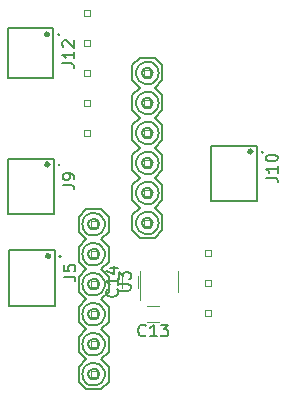
<source format=gbr>
G04 #@! TF.GenerationSoftware,KiCad,Pcbnew,(5.1.6)-1*
G04 #@! TF.CreationDate,2020-08-30T21:35:49+02:00*
G04 #@! TF.ProjectId,Freude_BreakoutBoard,46726575-6465-45f4-9272-65616b6f7574,rev?*
G04 #@! TF.SameCoordinates,Original*
G04 #@! TF.FileFunction,Legend,Top*
G04 #@! TF.FilePolarity,Positive*
%FSLAX46Y46*%
G04 Gerber Fmt 4.6, Leading zero omitted, Abs format (unit mm)*
G04 Created by KiCad (PCBNEW (5.1.6)-1) date 2020-08-30 21:35:49*
%MOMM*%
%LPD*%
G01*
G04 APERTURE LIST*
%ADD10C,0.200000*%
%ADD11C,0.400000*%
%ADD12C,0.120000*%
%ADD13C,0.066040*%
%ADD14C,0.203200*%
%ADD15C,0.127000*%
%ADD16C,0.150000*%
G04 APERTURE END LIST*
D10*
X165420000Y-78280000D02*
X165420000Y-82980000D01*
X165420000Y-78280000D02*
X169270000Y-78280000D01*
X169270000Y-78280000D02*
X169270000Y-82980000D01*
X165420000Y-82980000D02*
X169270000Y-82980000D01*
X169790711Y-78830000D02*
G75*
G03*
X169790711Y-78830000I-70711J0D01*
G01*
D11*
X168790711Y-78780000D02*
G75*
G03*
X168790711Y-78780000I-70711J0D01*
G01*
D10*
X148220000Y-79380000D02*
X148220000Y-84080000D01*
X148220000Y-79380000D02*
X152070000Y-79380000D01*
X152070000Y-79380000D02*
X152070000Y-84080000D01*
X148220000Y-84080000D02*
X152070000Y-84080000D01*
X152590711Y-79930000D02*
G75*
G03*
X152590711Y-79930000I-70711J0D01*
G01*
D11*
X151590711Y-79880000D02*
G75*
G03*
X151590711Y-79880000I-70711J0D01*
G01*
X151565711Y-68855000D02*
G75*
G03*
X151565711Y-68855000I-70711J0D01*
G01*
D10*
X152565711Y-68905000D02*
G75*
G03*
X152565711Y-68905000I-70711J0D01*
G01*
X148195000Y-72555000D02*
X152045000Y-72555000D01*
X152045000Y-68355000D02*
X152045000Y-72555000D01*
X148195000Y-68355000D02*
X152045000Y-68355000D01*
X148195000Y-68355000D02*
X148195000Y-72555000D01*
D12*
X160995000Y-93210000D02*
X159995000Y-93210000D01*
X159995000Y-91850000D02*
X160995000Y-91850000D01*
X159200000Y-89305000D02*
X159200000Y-90305000D01*
X157840000Y-90305000D02*
X157840000Y-89305000D01*
D13*
X164841000Y-92206000D02*
X164841000Y-92714000D01*
X164841000Y-92714000D02*
X165349000Y-92714000D01*
X165349000Y-92206000D02*
X165349000Y-92714000D01*
X164841000Y-92206000D02*
X165349000Y-92206000D01*
X164841000Y-89666000D02*
X164841000Y-90174000D01*
X164841000Y-90174000D02*
X165349000Y-90174000D01*
X165349000Y-89666000D02*
X165349000Y-90174000D01*
X164841000Y-89666000D02*
X165349000Y-89666000D01*
X164841000Y-87126000D02*
X164841000Y-87634000D01*
X164841000Y-87634000D02*
X165349000Y-87634000D01*
X165349000Y-87126000D02*
X165349000Y-87634000D01*
X164841000Y-87126000D02*
X165349000Y-87126000D01*
X159741000Y-84576000D02*
X159741000Y-85084000D01*
X159741000Y-85084000D02*
X160249000Y-85084000D01*
X160249000Y-84576000D02*
X160249000Y-85084000D01*
X159741000Y-84576000D02*
X160249000Y-84576000D01*
X159741000Y-82036000D02*
X159741000Y-82544000D01*
X159741000Y-82544000D02*
X160249000Y-82544000D01*
X160249000Y-82036000D02*
X160249000Y-82544000D01*
X159741000Y-82036000D02*
X160249000Y-82036000D01*
X159741000Y-79496000D02*
X159741000Y-80004000D01*
X159741000Y-80004000D02*
X160249000Y-80004000D01*
X160249000Y-79496000D02*
X160249000Y-80004000D01*
X159741000Y-79496000D02*
X160249000Y-79496000D01*
X159741000Y-76956000D02*
X159741000Y-77464000D01*
X159741000Y-77464000D02*
X160249000Y-77464000D01*
X160249000Y-76956000D02*
X160249000Y-77464000D01*
X159741000Y-76956000D02*
X160249000Y-76956000D01*
X159741000Y-74416000D02*
X159741000Y-74924000D01*
X159741000Y-74924000D02*
X160249000Y-74924000D01*
X160249000Y-74416000D02*
X160249000Y-74924000D01*
X159741000Y-74416000D02*
X160249000Y-74416000D01*
X159741000Y-71876000D02*
X159741000Y-72384000D01*
X159741000Y-72384000D02*
X160249000Y-72384000D01*
X160249000Y-71876000D02*
X160249000Y-72384000D01*
X159741000Y-71876000D02*
X160249000Y-71876000D01*
D14*
X160630000Y-83560000D02*
X161265000Y-84195000D01*
X161265000Y-84195000D02*
X161265000Y-85465000D01*
X161265000Y-85465000D02*
X160630000Y-86100000D01*
X159360000Y-86100000D02*
X158725000Y-85465000D01*
X158725000Y-85465000D02*
X158725000Y-84195000D01*
X158725000Y-84195000D02*
X159360000Y-83560000D01*
X161265000Y-79115000D02*
X161265000Y-80385000D01*
X161265000Y-80385000D02*
X160630000Y-81020000D01*
X159360000Y-81020000D02*
X158725000Y-80385000D01*
X160630000Y-81020000D02*
X161265000Y-81655000D01*
X161265000Y-81655000D02*
X161265000Y-82925000D01*
X161265000Y-82925000D02*
X160630000Y-83560000D01*
X159360000Y-83560000D02*
X158725000Y-82925000D01*
X158725000Y-82925000D02*
X158725000Y-81655000D01*
X158725000Y-81655000D02*
X159360000Y-81020000D01*
X160630000Y-75940000D02*
X161265000Y-76575000D01*
X161265000Y-76575000D02*
X161265000Y-77845000D01*
X161265000Y-77845000D02*
X160630000Y-78480000D01*
X159360000Y-78480000D02*
X158725000Y-77845000D01*
X158725000Y-77845000D02*
X158725000Y-76575000D01*
X158725000Y-76575000D02*
X159360000Y-75940000D01*
X161265000Y-79115000D02*
X160630000Y-78480000D01*
X159360000Y-78480000D02*
X158725000Y-79115000D01*
X158725000Y-80385000D02*
X158725000Y-79115000D01*
X161265000Y-71495000D02*
X161265000Y-72765000D01*
X161265000Y-72765000D02*
X160630000Y-73400000D01*
X159360000Y-73400000D02*
X158725000Y-72765000D01*
X160630000Y-73400000D02*
X161265000Y-74035000D01*
X161265000Y-74035000D02*
X161265000Y-75305000D01*
X161265000Y-75305000D02*
X160630000Y-75940000D01*
X159360000Y-75940000D02*
X158725000Y-75305000D01*
X158725000Y-75305000D02*
X158725000Y-74035000D01*
X158725000Y-74035000D02*
X159360000Y-73400000D01*
X160630000Y-70860000D02*
X159360000Y-70860000D01*
X161265000Y-71495000D02*
X160630000Y-70860000D01*
X159360000Y-70860000D02*
X158725000Y-71495000D01*
X158725000Y-72765000D02*
X158725000Y-71495000D01*
X160630000Y-86100000D02*
X159360000Y-86100000D01*
D15*
X159042500Y-72130000D02*
X159060280Y-71949660D01*
X159060280Y-71949660D02*
X159111080Y-71771860D01*
X159111080Y-71771860D02*
X159194900Y-71609300D01*
X159194900Y-71609300D02*
X159311740Y-71464520D01*
X159311740Y-71464520D02*
X159451440Y-71345140D01*
X159451440Y-71345140D02*
X159614000Y-71256240D01*
X159614000Y-71256240D02*
X159789260Y-71200360D01*
X159789260Y-71200360D02*
X159974680Y-71180040D01*
X159974680Y-71180040D02*
X160137240Y-71192740D01*
X160137240Y-71192740D02*
X160302340Y-71233380D01*
X160302340Y-71233380D02*
X160454740Y-71301960D01*
X160454740Y-71301960D02*
X160594440Y-71395940D01*
X160594440Y-71395940D02*
X160713820Y-71515320D01*
X160713820Y-71515320D02*
X160810340Y-71649940D01*
X160810340Y-71649940D02*
X160884000Y-71802340D01*
X160884000Y-71802340D02*
X160929720Y-71964900D01*
X160929720Y-71964900D02*
X160947500Y-72130000D01*
X160947500Y-72130000D02*
X160929720Y-72295100D01*
X160929720Y-72295100D02*
X160884000Y-72457660D01*
X160884000Y-72457660D02*
X160810340Y-72610060D01*
X160810340Y-72610060D02*
X160711280Y-72744680D01*
X160711280Y-72744680D02*
X160591900Y-72861520D01*
X160591900Y-72861520D02*
X160452200Y-72955500D01*
X160452200Y-72955500D02*
X160299800Y-73026620D01*
X160299800Y-73026620D02*
X160134700Y-73067260D01*
X160134700Y-73067260D02*
X159969600Y-73079960D01*
X159969600Y-73079960D02*
X159789260Y-73059640D01*
X159789260Y-73059640D02*
X159614000Y-73003760D01*
X159614000Y-73003760D02*
X159451440Y-72914860D01*
X159451440Y-72914860D02*
X159311740Y-72798020D01*
X159311740Y-72798020D02*
X159194900Y-72653240D01*
X159194900Y-72653240D02*
X159111080Y-72490680D01*
X159111080Y-72490680D02*
X159060280Y-72315420D01*
X159060280Y-72315420D02*
X159042500Y-72130000D01*
X159550500Y-72130000D02*
X159560660Y-72033480D01*
X159560660Y-72033480D02*
X159591140Y-71942040D01*
X159591140Y-71942040D02*
X159639400Y-71858220D01*
X159639400Y-71858220D02*
X159707980Y-71787100D01*
X159707980Y-71787100D02*
X159789260Y-71733760D01*
X159789260Y-71733760D02*
X159880700Y-71700740D01*
X159880700Y-71700740D02*
X159977220Y-71685500D01*
X159977220Y-71685500D02*
X160076280Y-71695660D01*
X160076280Y-71695660D02*
X160172800Y-71726140D01*
X160172800Y-71726140D02*
X160259160Y-71779480D01*
X160259160Y-71779480D02*
X160335360Y-71850600D01*
X160335360Y-71850600D02*
X160391240Y-71934420D01*
X160391240Y-71934420D02*
X160426800Y-72030940D01*
X160426800Y-72030940D02*
X160439500Y-72130000D01*
X160439500Y-72130000D02*
X160426800Y-72229060D01*
X160426800Y-72229060D02*
X160393780Y-72323040D01*
X160393780Y-72323040D02*
X160337900Y-72406860D01*
X160337900Y-72406860D02*
X160266780Y-72477980D01*
X160266780Y-72477980D02*
X160180420Y-72528780D01*
X160180420Y-72528780D02*
X160083900Y-72561800D01*
X160083900Y-72561800D02*
X159987380Y-72569420D01*
X159987380Y-72569420D02*
X159888320Y-72559260D01*
X159888320Y-72559260D02*
X159796880Y-72526240D01*
X159796880Y-72526240D02*
X159713060Y-72472900D01*
X159713060Y-72472900D02*
X159644480Y-72401780D01*
X159644480Y-72401780D02*
X159593680Y-72317960D01*
X159593680Y-72317960D02*
X159560660Y-72226520D01*
X159560660Y-72226520D02*
X159550500Y-72130000D01*
X159042500Y-74670000D02*
X159060280Y-74487120D01*
X159060280Y-74487120D02*
X159111080Y-74309320D01*
X159111080Y-74309320D02*
X159194900Y-74146760D01*
X159194900Y-74146760D02*
X159311740Y-74001980D01*
X159311740Y-74001980D02*
X159451440Y-73882600D01*
X159451440Y-73882600D02*
X159614000Y-73793700D01*
X159614000Y-73793700D02*
X159789260Y-73737820D01*
X159789260Y-73737820D02*
X159974680Y-73717500D01*
X159974680Y-73717500D02*
X160137240Y-73730200D01*
X160137240Y-73730200D02*
X160302340Y-73770840D01*
X160302340Y-73770840D02*
X160454740Y-73839420D01*
X160454740Y-73839420D02*
X160594440Y-73933400D01*
X160594440Y-73933400D02*
X160713820Y-74052780D01*
X160713820Y-74052780D02*
X160810340Y-74187400D01*
X160810340Y-74187400D02*
X160884000Y-74339800D01*
X160884000Y-74339800D02*
X160929720Y-74502360D01*
X160929720Y-74502360D02*
X160947500Y-74670000D01*
X160947500Y-74670000D02*
X160929720Y-74835100D01*
X160929720Y-74835100D02*
X160884000Y-74997660D01*
X160884000Y-74997660D02*
X160810340Y-75150060D01*
X160810340Y-75150060D02*
X160711280Y-75284680D01*
X160711280Y-75284680D02*
X160591900Y-75401520D01*
X160591900Y-75401520D02*
X160452200Y-75495500D01*
X160452200Y-75495500D02*
X160299800Y-75566620D01*
X160299800Y-75566620D02*
X160134700Y-75607260D01*
X160134700Y-75607260D02*
X159969600Y-75619960D01*
X159969600Y-75619960D02*
X159789260Y-75599640D01*
X159789260Y-75599640D02*
X159614000Y-75543760D01*
X159614000Y-75543760D02*
X159451440Y-75454860D01*
X159451440Y-75454860D02*
X159311740Y-75338020D01*
X159311740Y-75338020D02*
X159194900Y-75193240D01*
X159194900Y-75193240D02*
X159111080Y-75030680D01*
X159111080Y-75030680D02*
X159060280Y-74855420D01*
X159060280Y-74855420D02*
X159042500Y-74670000D01*
X159550500Y-74670000D02*
X159560660Y-74570940D01*
X159560660Y-74570940D02*
X159591140Y-74479500D01*
X159591140Y-74479500D02*
X159639400Y-74395680D01*
X159639400Y-74395680D02*
X159707980Y-74324560D01*
X159707980Y-74324560D02*
X159789260Y-74271220D01*
X159789260Y-74271220D02*
X159880700Y-74238200D01*
X159880700Y-74238200D02*
X159977220Y-74225500D01*
X159977220Y-74225500D02*
X160076280Y-74233120D01*
X160076280Y-74233120D02*
X160172800Y-74263600D01*
X160172800Y-74263600D02*
X160259160Y-74316940D01*
X160259160Y-74316940D02*
X160335360Y-74388060D01*
X160335360Y-74388060D02*
X160391240Y-74471880D01*
X160391240Y-74471880D02*
X160426800Y-74568400D01*
X160426800Y-74568400D02*
X160439500Y-74670000D01*
X160439500Y-74670000D02*
X160426800Y-74769060D01*
X160426800Y-74769060D02*
X160393780Y-74863040D01*
X160393780Y-74863040D02*
X160337900Y-74946860D01*
X160337900Y-74946860D02*
X160266780Y-75017980D01*
X160266780Y-75017980D02*
X160180420Y-75068780D01*
X160180420Y-75068780D02*
X160083900Y-75101800D01*
X160083900Y-75101800D02*
X159987380Y-75109420D01*
X159987380Y-75109420D02*
X159888320Y-75099260D01*
X159888320Y-75099260D02*
X159796880Y-75066240D01*
X159796880Y-75066240D02*
X159713060Y-75012900D01*
X159713060Y-75012900D02*
X159644480Y-74941780D01*
X159644480Y-74941780D02*
X159593680Y-74857960D01*
X159593680Y-74857960D02*
X159560660Y-74766520D01*
X159560660Y-74766520D02*
X159550500Y-74670000D01*
X159042500Y-77210000D02*
X159060280Y-77027120D01*
X159060280Y-77027120D02*
X159111080Y-76849320D01*
X159111080Y-76849320D02*
X159194900Y-76686760D01*
X159194900Y-76686760D02*
X159311740Y-76541980D01*
X159311740Y-76541980D02*
X159451440Y-76422600D01*
X159451440Y-76422600D02*
X159614000Y-76333700D01*
X159614000Y-76333700D02*
X159789260Y-76277820D01*
X159789260Y-76277820D02*
X159974680Y-76257500D01*
X159974680Y-76257500D02*
X160137240Y-76270200D01*
X160137240Y-76270200D02*
X160302340Y-76310840D01*
X160302340Y-76310840D02*
X160454740Y-76379420D01*
X160454740Y-76379420D02*
X160594440Y-76473400D01*
X160594440Y-76473400D02*
X160713820Y-76592780D01*
X160713820Y-76592780D02*
X160810340Y-76727400D01*
X160810340Y-76727400D02*
X160884000Y-76879800D01*
X160884000Y-76879800D02*
X160929720Y-77042360D01*
X160929720Y-77042360D02*
X160947500Y-77210000D01*
X160947500Y-77210000D02*
X160929720Y-77375100D01*
X160929720Y-77375100D02*
X160884000Y-77537660D01*
X160884000Y-77537660D02*
X160810340Y-77690060D01*
X160810340Y-77690060D02*
X160711280Y-77824680D01*
X160711280Y-77824680D02*
X160591900Y-77941520D01*
X160591900Y-77941520D02*
X160452200Y-78035500D01*
X160452200Y-78035500D02*
X160299800Y-78106620D01*
X160299800Y-78106620D02*
X160134700Y-78147260D01*
X160134700Y-78147260D02*
X159969600Y-78159960D01*
X159969600Y-78159960D02*
X159789260Y-78139640D01*
X159789260Y-78139640D02*
X159614000Y-78083760D01*
X159614000Y-78083760D02*
X159451440Y-77994860D01*
X159451440Y-77994860D02*
X159311740Y-77878020D01*
X159311740Y-77878020D02*
X159194900Y-77733240D01*
X159194900Y-77733240D02*
X159111080Y-77570680D01*
X159111080Y-77570680D02*
X159060280Y-77395420D01*
X159060280Y-77395420D02*
X159042500Y-77210000D01*
X159550500Y-77210000D02*
X159560660Y-77110940D01*
X159560660Y-77110940D02*
X159591140Y-77019500D01*
X159591140Y-77019500D02*
X159639400Y-76935680D01*
X159639400Y-76935680D02*
X159707980Y-76864560D01*
X159707980Y-76864560D02*
X159789260Y-76811220D01*
X159789260Y-76811220D02*
X159880700Y-76778200D01*
X159880700Y-76778200D02*
X159977220Y-76765500D01*
X159977220Y-76765500D02*
X160076280Y-76773120D01*
X160076280Y-76773120D02*
X160172800Y-76803600D01*
X160172800Y-76803600D02*
X160259160Y-76856940D01*
X160259160Y-76856940D02*
X160335360Y-76928060D01*
X160335360Y-76928060D02*
X160391240Y-77011880D01*
X160391240Y-77011880D02*
X160426800Y-77108400D01*
X160426800Y-77108400D02*
X160439500Y-77210000D01*
X160439500Y-77210000D02*
X160426800Y-77309060D01*
X160426800Y-77309060D02*
X160393780Y-77403040D01*
X160393780Y-77403040D02*
X160337900Y-77486860D01*
X160337900Y-77486860D02*
X160266780Y-77557980D01*
X160266780Y-77557980D02*
X160180420Y-77608780D01*
X160180420Y-77608780D02*
X160083900Y-77641800D01*
X160083900Y-77641800D02*
X159987380Y-77649420D01*
X159987380Y-77649420D02*
X159888320Y-77639260D01*
X159888320Y-77639260D02*
X159796880Y-77606240D01*
X159796880Y-77606240D02*
X159713060Y-77552900D01*
X159713060Y-77552900D02*
X159644480Y-77481780D01*
X159644480Y-77481780D02*
X159593680Y-77397960D01*
X159593680Y-77397960D02*
X159560660Y-77306520D01*
X159560660Y-77306520D02*
X159550500Y-77210000D01*
X159042500Y-79750000D02*
X159060280Y-79567120D01*
X159060280Y-79567120D02*
X159111080Y-79389320D01*
X159111080Y-79389320D02*
X159194900Y-79226760D01*
X159194900Y-79226760D02*
X159311740Y-79081980D01*
X159311740Y-79081980D02*
X159451440Y-78962600D01*
X159451440Y-78962600D02*
X159614000Y-78873700D01*
X159614000Y-78873700D02*
X159789260Y-78817820D01*
X159789260Y-78817820D02*
X159974680Y-78797500D01*
X159974680Y-78797500D02*
X160137240Y-78810200D01*
X160137240Y-78810200D02*
X160302340Y-78850840D01*
X160302340Y-78850840D02*
X160454740Y-78919420D01*
X160454740Y-78919420D02*
X160594440Y-79013400D01*
X160594440Y-79013400D02*
X160713820Y-79132780D01*
X160713820Y-79132780D02*
X160810340Y-79267400D01*
X160810340Y-79267400D02*
X160884000Y-79419800D01*
X160884000Y-79419800D02*
X160929720Y-79582360D01*
X160929720Y-79582360D02*
X160947500Y-79750000D01*
X160947500Y-79750000D02*
X160929720Y-79915100D01*
X160929720Y-79915100D02*
X160884000Y-80077660D01*
X160884000Y-80077660D02*
X160810340Y-80230060D01*
X160810340Y-80230060D02*
X160711280Y-80364680D01*
X160711280Y-80364680D02*
X160591900Y-80481520D01*
X160591900Y-80481520D02*
X160452200Y-80575500D01*
X160452200Y-80575500D02*
X160299800Y-80646620D01*
X160299800Y-80646620D02*
X160134700Y-80687260D01*
X160134700Y-80687260D02*
X159969600Y-80699960D01*
X159969600Y-80699960D02*
X159789260Y-80679640D01*
X159789260Y-80679640D02*
X159614000Y-80623760D01*
X159614000Y-80623760D02*
X159451440Y-80534860D01*
X159451440Y-80534860D02*
X159311740Y-80418020D01*
X159311740Y-80418020D02*
X159194900Y-80273240D01*
X159194900Y-80273240D02*
X159111080Y-80110680D01*
X159111080Y-80110680D02*
X159060280Y-79935420D01*
X159060280Y-79935420D02*
X159042500Y-79750000D01*
X159550500Y-79750000D02*
X159560660Y-79650940D01*
X159560660Y-79650940D02*
X159591140Y-79559500D01*
X159591140Y-79559500D02*
X159639400Y-79475680D01*
X159639400Y-79475680D02*
X159707980Y-79404560D01*
X159707980Y-79404560D02*
X159789260Y-79351220D01*
X159789260Y-79351220D02*
X159880700Y-79318200D01*
X159880700Y-79318200D02*
X159977220Y-79302960D01*
X159977220Y-79302960D02*
X160076280Y-79313120D01*
X160076280Y-79313120D02*
X160172800Y-79343600D01*
X160172800Y-79343600D02*
X160259160Y-79396940D01*
X160259160Y-79396940D02*
X160335360Y-79468060D01*
X160335360Y-79468060D02*
X160391240Y-79551880D01*
X160391240Y-79551880D02*
X160426800Y-79648400D01*
X160426800Y-79648400D02*
X160439500Y-79750000D01*
X160439500Y-79750000D02*
X160426800Y-79849060D01*
X160426800Y-79849060D02*
X160393780Y-79943040D01*
X160393780Y-79943040D02*
X160337900Y-80026860D01*
X160337900Y-80026860D02*
X160266780Y-80097980D01*
X160266780Y-80097980D02*
X160180420Y-80148780D01*
X160180420Y-80148780D02*
X160083900Y-80181800D01*
X160083900Y-80181800D02*
X159987380Y-80189420D01*
X159987380Y-80189420D02*
X159888320Y-80179260D01*
X159888320Y-80179260D02*
X159796880Y-80146240D01*
X159796880Y-80146240D02*
X159713060Y-80092900D01*
X159713060Y-80092900D02*
X159644480Y-80021780D01*
X159644480Y-80021780D02*
X159593680Y-79937960D01*
X159593680Y-79937960D02*
X159560660Y-79846520D01*
X159560660Y-79846520D02*
X159550500Y-79750000D01*
X159042500Y-82290000D02*
X159060280Y-82107120D01*
X159060280Y-82107120D02*
X159111080Y-81929320D01*
X159111080Y-81929320D02*
X159194900Y-81766760D01*
X159194900Y-81766760D02*
X159311740Y-81621980D01*
X159311740Y-81621980D02*
X159451440Y-81502600D01*
X159451440Y-81502600D02*
X159614000Y-81413700D01*
X159614000Y-81413700D02*
X159789260Y-81357820D01*
X159789260Y-81357820D02*
X159974680Y-81337500D01*
X159974680Y-81337500D02*
X160137240Y-81350200D01*
X160137240Y-81350200D02*
X160302340Y-81390840D01*
X160302340Y-81390840D02*
X160454740Y-81459420D01*
X160454740Y-81459420D02*
X160594440Y-81553400D01*
X160594440Y-81553400D02*
X160713820Y-81672780D01*
X160713820Y-81672780D02*
X160810340Y-81807400D01*
X160810340Y-81807400D02*
X160884000Y-81959800D01*
X160884000Y-81959800D02*
X160929720Y-82122360D01*
X160929720Y-82122360D02*
X160947500Y-82290000D01*
X160947500Y-82290000D02*
X160929720Y-82455100D01*
X160929720Y-82455100D02*
X160884000Y-82617660D01*
X160884000Y-82617660D02*
X160810340Y-82770060D01*
X160810340Y-82770060D02*
X160711280Y-82904680D01*
X160711280Y-82904680D02*
X160591900Y-83021520D01*
X160591900Y-83021520D02*
X160452200Y-83115500D01*
X160452200Y-83115500D02*
X160299800Y-83186620D01*
X160299800Y-83186620D02*
X160134700Y-83227260D01*
X160134700Y-83227260D02*
X159969600Y-83239960D01*
X159969600Y-83239960D02*
X159789260Y-83219640D01*
X159789260Y-83219640D02*
X159614000Y-83163760D01*
X159614000Y-83163760D02*
X159451440Y-83074860D01*
X159451440Y-83074860D02*
X159311740Y-82958020D01*
X159311740Y-82958020D02*
X159194900Y-82813240D01*
X159194900Y-82813240D02*
X159111080Y-82650680D01*
X159111080Y-82650680D02*
X159060280Y-82475420D01*
X159060280Y-82475420D02*
X159042500Y-82290000D01*
X159550500Y-82290000D02*
X159560660Y-82190940D01*
X159560660Y-82190940D02*
X159591140Y-82099500D01*
X159591140Y-82099500D02*
X159639400Y-82015680D01*
X159639400Y-82015680D02*
X159707980Y-81944560D01*
X159707980Y-81944560D02*
X159789260Y-81891220D01*
X159789260Y-81891220D02*
X159880700Y-81858200D01*
X159880700Y-81858200D02*
X159977220Y-81845500D01*
X159977220Y-81845500D02*
X160076280Y-81853120D01*
X160076280Y-81853120D02*
X160172800Y-81883600D01*
X160172800Y-81883600D02*
X160259160Y-81936940D01*
X160259160Y-81936940D02*
X160335360Y-82008060D01*
X160335360Y-82008060D02*
X160391240Y-82091880D01*
X160391240Y-82091880D02*
X160426800Y-82188400D01*
X160426800Y-82188400D02*
X160439500Y-82290000D01*
X160439500Y-82290000D02*
X160426800Y-82389060D01*
X160426800Y-82389060D02*
X160393780Y-82483040D01*
X160393780Y-82483040D02*
X160337900Y-82566860D01*
X160337900Y-82566860D02*
X160266780Y-82637980D01*
X160266780Y-82637980D02*
X160180420Y-82688780D01*
X160180420Y-82688780D02*
X160083900Y-82721800D01*
X160083900Y-82721800D02*
X159987380Y-82729420D01*
X159987380Y-82729420D02*
X159888320Y-82719260D01*
X159888320Y-82719260D02*
X159796880Y-82686240D01*
X159796880Y-82686240D02*
X159713060Y-82632900D01*
X159713060Y-82632900D02*
X159644480Y-82561780D01*
X159644480Y-82561780D02*
X159593680Y-82477960D01*
X159593680Y-82477960D02*
X159560660Y-82386520D01*
X159560660Y-82386520D02*
X159550500Y-82290000D01*
X159042500Y-84830000D02*
X159060280Y-84647120D01*
X159060280Y-84647120D02*
X159111080Y-84469320D01*
X159111080Y-84469320D02*
X159194900Y-84306760D01*
X159194900Y-84306760D02*
X159311740Y-84161980D01*
X159311740Y-84161980D02*
X159451440Y-84042600D01*
X159451440Y-84042600D02*
X159614000Y-83953700D01*
X159614000Y-83953700D02*
X159789260Y-83897820D01*
X159789260Y-83897820D02*
X159974680Y-83877500D01*
X159974680Y-83877500D02*
X160137240Y-83890200D01*
X160137240Y-83890200D02*
X160302340Y-83930840D01*
X160302340Y-83930840D02*
X160454740Y-83999420D01*
X160454740Y-83999420D02*
X160594440Y-84093400D01*
X160594440Y-84093400D02*
X160713820Y-84212780D01*
X160713820Y-84212780D02*
X160810340Y-84347400D01*
X160810340Y-84347400D02*
X160884000Y-84499800D01*
X160884000Y-84499800D02*
X160929720Y-84662360D01*
X160929720Y-84662360D02*
X160947500Y-84830000D01*
X160947500Y-84830000D02*
X160929720Y-84995100D01*
X160929720Y-84995100D02*
X160884000Y-85157660D01*
X160884000Y-85157660D02*
X160810340Y-85310060D01*
X160810340Y-85310060D02*
X160711280Y-85444680D01*
X160711280Y-85444680D02*
X160591900Y-85561520D01*
X160591900Y-85561520D02*
X160452200Y-85655500D01*
X160452200Y-85655500D02*
X160299800Y-85726620D01*
X160299800Y-85726620D02*
X160134700Y-85767260D01*
X160134700Y-85767260D02*
X159969600Y-85779960D01*
X159969600Y-85779960D02*
X159789260Y-85759640D01*
X159789260Y-85759640D02*
X159614000Y-85703760D01*
X159614000Y-85703760D02*
X159451440Y-85614860D01*
X159451440Y-85614860D02*
X159311740Y-85498020D01*
X159311740Y-85498020D02*
X159194900Y-85353240D01*
X159194900Y-85353240D02*
X159111080Y-85190680D01*
X159111080Y-85190680D02*
X159060280Y-85015420D01*
X159060280Y-85015420D02*
X159042500Y-84830000D01*
X159550500Y-84830000D02*
X159560660Y-84730940D01*
X159560660Y-84730940D02*
X159591140Y-84639500D01*
X159591140Y-84639500D02*
X159639400Y-84555680D01*
X159639400Y-84555680D02*
X159707980Y-84484560D01*
X159707980Y-84484560D02*
X159789260Y-84431220D01*
X159789260Y-84431220D02*
X159880700Y-84398200D01*
X159880700Y-84398200D02*
X159977220Y-84385500D01*
X159977220Y-84385500D02*
X160076280Y-84393120D01*
X160076280Y-84393120D02*
X160172800Y-84423600D01*
X160172800Y-84423600D02*
X160259160Y-84476940D01*
X160259160Y-84476940D02*
X160335360Y-84548060D01*
X160335360Y-84548060D02*
X160391240Y-84631880D01*
X160391240Y-84631880D02*
X160426800Y-84728400D01*
X160426800Y-84728400D02*
X160439500Y-84830000D01*
X160439500Y-84830000D02*
X160426800Y-84929060D01*
X160426800Y-84929060D02*
X160393780Y-85023040D01*
X160393780Y-85023040D02*
X160337900Y-85106860D01*
X160337900Y-85106860D02*
X160266780Y-85177980D01*
X160266780Y-85177980D02*
X160180420Y-85228780D01*
X160180420Y-85228780D02*
X160083900Y-85261800D01*
X160083900Y-85261800D02*
X159987380Y-85269420D01*
X159987380Y-85269420D02*
X159888320Y-85259260D01*
X159888320Y-85259260D02*
X159796880Y-85226240D01*
X159796880Y-85226240D02*
X159713060Y-85172900D01*
X159713060Y-85172900D02*
X159644480Y-85101780D01*
X159644480Y-85101780D02*
X159593680Y-85017960D01*
X159593680Y-85017960D02*
X159560660Y-84926520D01*
X159560660Y-84926520D02*
X159550500Y-84830000D01*
D13*
X154641000Y-76961000D02*
X154641000Y-77469000D01*
X154641000Y-77469000D02*
X155149000Y-77469000D01*
X155149000Y-76961000D02*
X155149000Y-77469000D01*
X154641000Y-76961000D02*
X155149000Y-76961000D01*
X154641000Y-74421000D02*
X154641000Y-74929000D01*
X154641000Y-74929000D02*
X155149000Y-74929000D01*
X155149000Y-74421000D02*
X155149000Y-74929000D01*
X154641000Y-74421000D02*
X155149000Y-74421000D01*
X154641000Y-71881000D02*
X154641000Y-72389000D01*
X154641000Y-72389000D02*
X155149000Y-72389000D01*
X155149000Y-71881000D02*
X155149000Y-72389000D01*
X154641000Y-71881000D02*
X155149000Y-71881000D01*
X154641000Y-69341000D02*
X154641000Y-69849000D01*
X154641000Y-69849000D02*
X155149000Y-69849000D01*
X155149000Y-69341000D02*
X155149000Y-69849000D01*
X154641000Y-69341000D02*
X155149000Y-69341000D01*
X154641000Y-66801000D02*
X154641000Y-67309000D01*
X154641000Y-67309000D02*
X155149000Y-67309000D01*
X155149000Y-66801000D02*
X155149000Y-67309000D01*
X154641000Y-66801000D02*
X155149000Y-66801000D01*
D12*
X162630000Y-90705000D02*
X162630000Y-88905000D01*
X159410000Y-88905000D02*
X159410000Y-91355000D01*
D10*
X148300000Y-87130000D02*
X148300000Y-91830000D01*
X148300000Y-87130000D02*
X152150000Y-87130000D01*
X152150000Y-87130000D02*
X152150000Y-91830000D01*
X148300000Y-91830000D02*
X152150000Y-91830000D01*
X152670711Y-87680000D02*
G75*
G03*
X152670711Y-87680000I-70711J0D01*
G01*
D11*
X151670711Y-87630000D02*
G75*
G03*
X151670711Y-87630000I-70711J0D01*
G01*
D15*
X155005660Y-97736520D02*
X154995500Y-97640000D01*
X155038680Y-97827960D02*
X155005660Y-97736520D01*
X155089480Y-97911780D02*
X155038680Y-97827960D01*
X155158060Y-97982900D02*
X155089480Y-97911780D01*
X155241880Y-98036240D02*
X155158060Y-97982900D01*
X155333320Y-98069260D02*
X155241880Y-98036240D01*
X155432380Y-98079420D02*
X155333320Y-98069260D01*
X155528900Y-98071800D02*
X155432380Y-98079420D01*
X155625420Y-98038780D02*
X155528900Y-98071800D01*
X155711780Y-97987980D02*
X155625420Y-98038780D01*
X155782900Y-97916860D02*
X155711780Y-97987980D01*
X155838780Y-97833040D02*
X155782900Y-97916860D01*
X155871800Y-97739060D02*
X155838780Y-97833040D01*
X155884500Y-97640000D02*
X155871800Y-97739060D01*
X155871800Y-97538400D02*
X155884500Y-97640000D01*
X155836240Y-97441880D02*
X155871800Y-97538400D01*
X155780360Y-97358060D02*
X155836240Y-97441880D01*
X155704160Y-97286940D02*
X155780360Y-97358060D01*
X155617800Y-97233600D02*
X155704160Y-97286940D01*
X155521280Y-97203120D02*
X155617800Y-97233600D01*
X155422220Y-97195500D02*
X155521280Y-97203120D01*
X155325700Y-97208200D02*
X155422220Y-97195500D01*
X155234260Y-97241220D02*
X155325700Y-97208200D01*
X155152980Y-97294560D02*
X155234260Y-97241220D01*
X155084400Y-97365680D02*
X155152980Y-97294560D01*
X155036140Y-97449500D02*
X155084400Y-97365680D01*
X155005660Y-97540940D02*
X155036140Y-97449500D01*
X154995500Y-97640000D02*
X155005660Y-97540940D01*
X154505280Y-97825420D02*
X154487500Y-97640000D01*
X154556080Y-98000680D02*
X154505280Y-97825420D01*
X154639900Y-98163240D02*
X154556080Y-98000680D01*
X154756740Y-98308020D02*
X154639900Y-98163240D01*
X154896440Y-98424860D02*
X154756740Y-98308020D01*
X155059000Y-98513760D02*
X154896440Y-98424860D01*
X155234260Y-98569640D02*
X155059000Y-98513760D01*
X155414600Y-98589960D02*
X155234260Y-98569640D01*
X155579700Y-98577260D02*
X155414600Y-98589960D01*
X155744800Y-98536620D02*
X155579700Y-98577260D01*
X155897200Y-98465500D02*
X155744800Y-98536620D01*
X156036900Y-98371520D02*
X155897200Y-98465500D01*
X156156280Y-98254680D02*
X156036900Y-98371520D01*
X156255340Y-98120060D02*
X156156280Y-98254680D01*
X156329000Y-97967660D02*
X156255340Y-98120060D01*
X156374720Y-97805100D02*
X156329000Y-97967660D01*
X156392500Y-97640000D02*
X156374720Y-97805100D01*
X156374720Y-97472360D02*
X156392500Y-97640000D01*
X156329000Y-97309800D02*
X156374720Y-97472360D01*
X156255340Y-97157400D02*
X156329000Y-97309800D01*
X156158820Y-97022780D02*
X156255340Y-97157400D01*
X156039440Y-96903400D02*
X156158820Y-97022780D01*
X155899740Y-96809420D02*
X156039440Y-96903400D01*
X155747340Y-96740840D02*
X155899740Y-96809420D01*
X155582240Y-96700200D02*
X155747340Y-96740840D01*
X155419680Y-96687500D02*
X155582240Y-96700200D01*
X155234260Y-96707820D02*
X155419680Y-96687500D01*
X155059000Y-96763700D02*
X155234260Y-96707820D01*
X154896440Y-96852600D02*
X155059000Y-96763700D01*
X154756740Y-96971980D02*
X154896440Y-96852600D01*
X154639900Y-97116760D02*
X154756740Y-96971980D01*
X154556080Y-97279320D02*
X154639900Y-97116760D01*
X154505280Y-97457120D02*
X154556080Y-97279320D01*
X154487500Y-97640000D02*
X154505280Y-97457120D01*
X155005660Y-95196520D02*
X154995500Y-95100000D01*
X155038680Y-95287960D02*
X155005660Y-95196520D01*
X155089480Y-95371780D02*
X155038680Y-95287960D01*
X155158060Y-95442900D02*
X155089480Y-95371780D01*
X155241880Y-95496240D02*
X155158060Y-95442900D01*
X155333320Y-95529260D02*
X155241880Y-95496240D01*
X155432380Y-95539420D02*
X155333320Y-95529260D01*
X155528900Y-95531800D02*
X155432380Y-95539420D01*
X155625420Y-95498780D02*
X155528900Y-95531800D01*
X155711780Y-95447980D02*
X155625420Y-95498780D01*
X155782900Y-95376860D02*
X155711780Y-95447980D01*
X155838780Y-95293040D02*
X155782900Y-95376860D01*
X155871800Y-95199060D02*
X155838780Y-95293040D01*
X155884500Y-95100000D02*
X155871800Y-95199060D01*
X155871800Y-94998400D02*
X155884500Y-95100000D01*
X155836240Y-94901880D02*
X155871800Y-94998400D01*
X155780360Y-94818060D02*
X155836240Y-94901880D01*
X155704160Y-94746940D02*
X155780360Y-94818060D01*
X155617800Y-94693600D02*
X155704160Y-94746940D01*
X155521280Y-94663120D02*
X155617800Y-94693600D01*
X155422220Y-94655500D02*
X155521280Y-94663120D01*
X155325700Y-94668200D02*
X155422220Y-94655500D01*
X155234260Y-94701220D02*
X155325700Y-94668200D01*
X155152980Y-94754560D02*
X155234260Y-94701220D01*
X155084400Y-94825680D02*
X155152980Y-94754560D01*
X155036140Y-94909500D02*
X155084400Y-94825680D01*
X155005660Y-95000940D02*
X155036140Y-94909500D01*
X154995500Y-95100000D02*
X155005660Y-95000940D01*
X154505280Y-95285420D02*
X154487500Y-95100000D01*
X154556080Y-95460680D02*
X154505280Y-95285420D01*
X154639900Y-95623240D02*
X154556080Y-95460680D01*
X154756740Y-95768020D02*
X154639900Y-95623240D01*
X154896440Y-95884860D02*
X154756740Y-95768020D01*
X155059000Y-95973760D02*
X154896440Y-95884860D01*
X155234260Y-96029640D02*
X155059000Y-95973760D01*
X155414600Y-96049960D02*
X155234260Y-96029640D01*
X155579700Y-96037260D02*
X155414600Y-96049960D01*
X155744800Y-95996620D02*
X155579700Y-96037260D01*
X155897200Y-95925500D02*
X155744800Y-95996620D01*
X156036900Y-95831520D02*
X155897200Y-95925500D01*
X156156280Y-95714680D02*
X156036900Y-95831520D01*
X156255340Y-95580060D02*
X156156280Y-95714680D01*
X156329000Y-95427660D02*
X156255340Y-95580060D01*
X156374720Y-95265100D02*
X156329000Y-95427660D01*
X156392500Y-95100000D02*
X156374720Y-95265100D01*
X156374720Y-94932360D02*
X156392500Y-95100000D01*
X156329000Y-94769800D02*
X156374720Y-94932360D01*
X156255340Y-94617400D02*
X156329000Y-94769800D01*
X156158820Y-94482780D02*
X156255340Y-94617400D01*
X156039440Y-94363400D02*
X156158820Y-94482780D01*
X155899740Y-94269420D02*
X156039440Y-94363400D01*
X155747340Y-94200840D02*
X155899740Y-94269420D01*
X155582240Y-94160200D02*
X155747340Y-94200840D01*
X155419680Y-94147500D02*
X155582240Y-94160200D01*
X155234260Y-94167820D02*
X155419680Y-94147500D01*
X155059000Y-94223700D02*
X155234260Y-94167820D01*
X154896440Y-94312600D02*
X155059000Y-94223700D01*
X154756740Y-94431980D02*
X154896440Y-94312600D01*
X154639900Y-94576760D02*
X154756740Y-94431980D01*
X154556080Y-94739320D02*
X154639900Y-94576760D01*
X154505280Y-94917120D02*
X154556080Y-94739320D01*
X154487500Y-95100000D02*
X154505280Y-94917120D01*
X155005660Y-92656520D02*
X154995500Y-92560000D01*
X155038680Y-92747960D02*
X155005660Y-92656520D01*
X155089480Y-92831780D02*
X155038680Y-92747960D01*
X155158060Y-92902900D02*
X155089480Y-92831780D01*
X155241880Y-92956240D02*
X155158060Y-92902900D01*
X155333320Y-92989260D02*
X155241880Y-92956240D01*
X155432380Y-92999420D02*
X155333320Y-92989260D01*
X155528900Y-92991800D02*
X155432380Y-92999420D01*
X155625420Y-92958780D02*
X155528900Y-92991800D01*
X155711780Y-92907980D02*
X155625420Y-92958780D01*
X155782900Y-92836860D02*
X155711780Y-92907980D01*
X155838780Y-92753040D02*
X155782900Y-92836860D01*
X155871800Y-92659060D02*
X155838780Y-92753040D01*
X155884500Y-92560000D02*
X155871800Y-92659060D01*
X155871800Y-92458400D02*
X155884500Y-92560000D01*
X155836240Y-92361880D02*
X155871800Y-92458400D01*
X155780360Y-92278060D02*
X155836240Y-92361880D01*
X155704160Y-92206940D02*
X155780360Y-92278060D01*
X155617800Y-92153600D02*
X155704160Y-92206940D01*
X155521280Y-92123120D02*
X155617800Y-92153600D01*
X155422220Y-92112960D02*
X155521280Y-92123120D01*
X155325700Y-92128200D02*
X155422220Y-92112960D01*
X155234260Y-92161220D02*
X155325700Y-92128200D01*
X155152980Y-92214560D02*
X155234260Y-92161220D01*
X155084400Y-92285680D02*
X155152980Y-92214560D01*
X155036140Y-92369500D02*
X155084400Y-92285680D01*
X155005660Y-92460940D02*
X155036140Y-92369500D01*
X154995500Y-92560000D02*
X155005660Y-92460940D01*
X154505280Y-92745420D02*
X154487500Y-92560000D01*
X154556080Y-92920680D02*
X154505280Y-92745420D01*
X154639900Y-93083240D02*
X154556080Y-92920680D01*
X154756740Y-93228020D02*
X154639900Y-93083240D01*
X154896440Y-93344860D02*
X154756740Y-93228020D01*
X155059000Y-93433760D02*
X154896440Y-93344860D01*
X155234260Y-93489640D02*
X155059000Y-93433760D01*
X155414600Y-93509960D02*
X155234260Y-93489640D01*
X155579700Y-93497260D02*
X155414600Y-93509960D01*
X155744800Y-93456620D02*
X155579700Y-93497260D01*
X155897200Y-93385500D02*
X155744800Y-93456620D01*
X156036900Y-93291520D02*
X155897200Y-93385500D01*
X156156280Y-93174680D02*
X156036900Y-93291520D01*
X156255340Y-93040060D02*
X156156280Y-93174680D01*
X156329000Y-92887660D02*
X156255340Y-93040060D01*
X156374720Y-92725100D02*
X156329000Y-92887660D01*
X156392500Y-92560000D02*
X156374720Y-92725100D01*
X156374720Y-92392360D02*
X156392500Y-92560000D01*
X156329000Y-92229800D02*
X156374720Y-92392360D01*
X156255340Y-92077400D02*
X156329000Y-92229800D01*
X156158820Y-91942780D02*
X156255340Y-92077400D01*
X156039440Y-91823400D02*
X156158820Y-91942780D01*
X155899740Y-91729420D02*
X156039440Y-91823400D01*
X155747340Y-91660840D02*
X155899740Y-91729420D01*
X155582240Y-91620200D02*
X155747340Y-91660840D01*
X155419680Y-91607500D02*
X155582240Y-91620200D01*
X155234260Y-91627820D02*
X155419680Y-91607500D01*
X155059000Y-91683700D02*
X155234260Y-91627820D01*
X154896440Y-91772600D02*
X155059000Y-91683700D01*
X154756740Y-91891980D02*
X154896440Y-91772600D01*
X154639900Y-92036760D02*
X154756740Y-91891980D01*
X154556080Y-92199320D02*
X154639900Y-92036760D01*
X154505280Y-92377120D02*
X154556080Y-92199320D01*
X154487500Y-92560000D02*
X154505280Y-92377120D01*
X155005660Y-90116520D02*
X154995500Y-90020000D01*
X155038680Y-90207960D02*
X155005660Y-90116520D01*
X155089480Y-90291780D02*
X155038680Y-90207960D01*
X155158060Y-90362900D02*
X155089480Y-90291780D01*
X155241880Y-90416240D02*
X155158060Y-90362900D01*
X155333320Y-90449260D02*
X155241880Y-90416240D01*
X155432380Y-90459420D02*
X155333320Y-90449260D01*
X155528900Y-90451800D02*
X155432380Y-90459420D01*
X155625420Y-90418780D02*
X155528900Y-90451800D01*
X155711780Y-90367980D02*
X155625420Y-90418780D01*
X155782900Y-90296860D02*
X155711780Y-90367980D01*
X155838780Y-90213040D02*
X155782900Y-90296860D01*
X155871800Y-90119060D02*
X155838780Y-90213040D01*
X155884500Y-90020000D02*
X155871800Y-90119060D01*
X155871800Y-89918400D02*
X155884500Y-90020000D01*
X155836240Y-89821880D02*
X155871800Y-89918400D01*
X155780360Y-89738060D02*
X155836240Y-89821880D01*
X155704160Y-89666940D02*
X155780360Y-89738060D01*
X155617800Y-89613600D02*
X155704160Y-89666940D01*
X155521280Y-89583120D02*
X155617800Y-89613600D01*
X155422220Y-89575500D02*
X155521280Y-89583120D01*
X155325700Y-89588200D02*
X155422220Y-89575500D01*
X155234260Y-89621220D02*
X155325700Y-89588200D01*
X155152980Y-89674560D02*
X155234260Y-89621220D01*
X155084400Y-89745680D02*
X155152980Y-89674560D01*
X155036140Y-89829500D02*
X155084400Y-89745680D01*
X155005660Y-89920940D02*
X155036140Y-89829500D01*
X154995500Y-90020000D02*
X155005660Y-89920940D01*
X154505280Y-90205420D02*
X154487500Y-90020000D01*
X154556080Y-90380680D02*
X154505280Y-90205420D01*
X154639900Y-90543240D02*
X154556080Y-90380680D01*
X154756740Y-90688020D02*
X154639900Y-90543240D01*
X154896440Y-90804860D02*
X154756740Y-90688020D01*
X155059000Y-90893760D02*
X154896440Y-90804860D01*
X155234260Y-90949640D02*
X155059000Y-90893760D01*
X155414600Y-90969960D02*
X155234260Y-90949640D01*
X155579700Y-90957260D02*
X155414600Y-90969960D01*
X155744800Y-90916620D02*
X155579700Y-90957260D01*
X155897200Y-90845500D02*
X155744800Y-90916620D01*
X156036900Y-90751520D02*
X155897200Y-90845500D01*
X156156280Y-90634680D02*
X156036900Y-90751520D01*
X156255340Y-90500060D02*
X156156280Y-90634680D01*
X156329000Y-90347660D02*
X156255340Y-90500060D01*
X156374720Y-90185100D02*
X156329000Y-90347660D01*
X156392500Y-90020000D02*
X156374720Y-90185100D01*
X156374720Y-89852360D02*
X156392500Y-90020000D01*
X156329000Y-89689800D02*
X156374720Y-89852360D01*
X156255340Y-89537400D02*
X156329000Y-89689800D01*
X156158820Y-89402780D02*
X156255340Y-89537400D01*
X156039440Y-89283400D02*
X156158820Y-89402780D01*
X155899740Y-89189420D02*
X156039440Y-89283400D01*
X155747340Y-89120840D02*
X155899740Y-89189420D01*
X155582240Y-89080200D02*
X155747340Y-89120840D01*
X155419680Y-89067500D02*
X155582240Y-89080200D01*
X155234260Y-89087820D02*
X155419680Y-89067500D01*
X155059000Y-89143700D02*
X155234260Y-89087820D01*
X154896440Y-89232600D02*
X155059000Y-89143700D01*
X154756740Y-89351980D02*
X154896440Y-89232600D01*
X154639900Y-89496760D02*
X154756740Y-89351980D01*
X154556080Y-89659320D02*
X154639900Y-89496760D01*
X154505280Y-89837120D02*
X154556080Y-89659320D01*
X154487500Y-90020000D02*
X154505280Y-89837120D01*
X155005660Y-87576520D02*
X154995500Y-87480000D01*
X155038680Y-87667960D02*
X155005660Y-87576520D01*
X155089480Y-87751780D02*
X155038680Y-87667960D01*
X155158060Y-87822900D02*
X155089480Y-87751780D01*
X155241880Y-87876240D02*
X155158060Y-87822900D01*
X155333320Y-87909260D02*
X155241880Y-87876240D01*
X155432380Y-87919420D02*
X155333320Y-87909260D01*
X155528900Y-87911800D02*
X155432380Y-87919420D01*
X155625420Y-87878780D02*
X155528900Y-87911800D01*
X155711780Y-87827980D02*
X155625420Y-87878780D01*
X155782900Y-87756860D02*
X155711780Y-87827980D01*
X155838780Y-87673040D02*
X155782900Y-87756860D01*
X155871800Y-87579060D02*
X155838780Y-87673040D01*
X155884500Y-87480000D02*
X155871800Y-87579060D01*
X155871800Y-87378400D02*
X155884500Y-87480000D01*
X155836240Y-87281880D02*
X155871800Y-87378400D01*
X155780360Y-87198060D02*
X155836240Y-87281880D01*
X155704160Y-87126940D02*
X155780360Y-87198060D01*
X155617800Y-87073600D02*
X155704160Y-87126940D01*
X155521280Y-87043120D02*
X155617800Y-87073600D01*
X155422220Y-87035500D02*
X155521280Y-87043120D01*
X155325700Y-87048200D02*
X155422220Y-87035500D01*
X155234260Y-87081220D02*
X155325700Y-87048200D01*
X155152980Y-87134560D02*
X155234260Y-87081220D01*
X155084400Y-87205680D02*
X155152980Y-87134560D01*
X155036140Y-87289500D02*
X155084400Y-87205680D01*
X155005660Y-87380940D02*
X155036140Y-87289500D01*
X154995500Y-87480000D02*
X155005660Y-87380940D01*
X154505280Y-87665420D02*
X154487500Y-87480000D01*
X154556080Y-87840680D02*
X154505280Y-87665420D01*
X154639900Y-88003240D02*
X154556080Y-87840680D01*
X154756740Y-88148020D02*
X154639900Y-88003240D01*
X154896440Y-88264860D02*
X154756740Y-88148020D01*
X155059000Y-88353760D02*
X154896440Y-88264860D01*
X155234260Y-88409640D02*
X155059000Y-88353760D01*
X155414600Y-88429960D02*
X155234260Y-88409640D01*
X155579700Y-88417260D02*
X155414600Y-88429960D01*
X155744800Y-88376620D02*
X155579700Y-88417260D01*
X155897200Y-88305500D02*
X155744800Y-88376620D01*
X156036900Y-88211520D02*
X155897200Y-88305500D01*
X156156280Y-88094680D02*
X156036900Y-88211520D01*
X156255340Y-87960060D02*
X156156280Y-88094680D01*
X156329000Y-87807660D02*
X156255340Y-87960060D01*
X156374720Y-87645100D02*
X156329000Y-87807660D01*
X156392500Y-87480000D02*
X156374720Y-87645100D01*
X156374720Y-87312360D02*
X156392500Y-87480000D01*
X156329000Y-87149800D02*
X156374720Y-87312360D01*
X156255340Y-86997400D02*
X156329000Y-87149800D01*
X156158820Y-86862780D02*
X156255340Y-86997400D01*
X156039440Y-86743400D02*
X156158820Y-86862780D01*
X155899740Y-86649420D02*
X156039440Y-86743400D01*
X155747340Y-86580840D02*
X155899740Y-86649420D01*
X155582240Y-86540200D02*
X155747340Y-86580840D01*
X155419680Y-86527500D02*
X155582240Y-86540200D01*
X155234260Y-86547820D02*
X155419680Y-86527500D01*
X155059000Y-86603700D02*
X155234260Y-86547820D01*
X154896440Y-86692600D02*
X155059000Y-86603700D01*
X154756740Y-86811980D02*
X154896440Y-86692600D01*
X154639900Y-86956760D02*
X154756740Y-86811980D01*
X154556080Y-87119320D02*
X154639900Y-86956760D01*
X154505280Y-87297120D02*
X154556080Y-87119320D01*
X154487500Y-87480000D02*
X154505280Y-87297120D01*
X155005660Y-85036520D02*
X154995500Y-84940000D01*
X155038680Y-85127960D02*
X155005660Y-85036520D01*
X155089480Y-85211780D02*
X155038680Y-85127960D01*
X155158060Y-85282900D02*
X155089480Y-85211780D01*
X155241880Y-85336240D02*
X155158060Y-85282900D01*
X155333320Y-85369260D02*
X155241880Y-85336240D01*
X155432380Y-85379420D02*
X155333320Y-85369260D01*
X155528900Y-85371800D02*
X155432380Y-85379420D01*
X155625420Y-85338780D02*
X155528900Y-85371800D01*
X155711780Y-85287980D02*
X155625420Y-85338780D01*
X155782900Y-85216860D02*
X155711780Y-85287980D01*
X155838780Y-85133040D02*
X155782900Y-85216860D01*
X155871800Y-85039060D02*
X155838780Y-85133040D01*
X155884500Y-84940000D02*
X155871800Y-85039060D01*
X155871800Y-84840940D02*
X155884500Y-84940000D01*
X155836240Y-84744420D02*
X155871800Y-84840940D01*
X155780360Y-84660600D02*
X155836240Y-84744420D01*
X155704160Y-84589480D02*
X155780360Y-84660600D01*
X155617800Y-84536140D02*
X155704160Y-84589480D01*
X155521280Y-84505660D02*
X155617800Y-84536140D01*
X155422220Y-84495500D02*
X155521280Y-84505660D01*
X155325700Y-84510740D02*
X155422220Y-84495500D01*
X155234260Y-84543760D02*
X155325700Y-84510740D01*
X155152980Y-84597100D02*
X155234260Y-84543760D01*
X155084400Y-84668220D02*
X155152980Y-84597100D01*
X155036140Y-84752040D02*
X155084400Y-84668220D01*
X155005660Y-84843480D02*
X155036140Y-84752040D01*
X154995500Y-84940000D02*
X155005660Y-84843480D01*
X154505280Y-85125420D02*
X154487500Y-84940000D01*
X154556080Y-85300680D02*
X154505280Y-85125420D01*
X154639900Y-85463240D02*
X154556080Y-85300680D01*
X154756740Y-85608020D02*
X154639900Y-85463240D01*
X154896440Y-85724860D02*
X154756740Y-85608020D01*
X155059000Y-85813760D02*
X154896440Y-85724860D01*
X155234260Y-85869640D02*
X155059000Y-85813760D01*
X155414600Y-85889960D02*
X155234260Y-85869640D01*
X155579700Y-85877260D02*
X155414600Y-85889960D01*
X155744800Y-85836620D02*
X155579700Y-85877260D01*
X155897200Y-85765500D02*
X155744800Y-85836620D01*
X156036900Y-85671520D02*
X155897200Y-85765500D01*
X156156280Y-85554680D02*
X156036900Y-85671520D01*
X156255340Y-85420060D02*
X156156280Y-85554680D01*
X156329000Y-85267660D02*
X156255340Y-85420060D01*
X156374720Y-85105100D02*
X156329000Y-85267660D01*
X156392500Y-84940000D02*
X156374720Y-85105100D01*
X156374720Y-84774900D02*
X156392500Y-84940000D01*
X156329000Y-84612340D02*
X156374720Y-84774900D01*
X156255340Y-84459940D02*
X156329000Y-84612340D01*
X156158820Y-84325320D02*
X156255340Y-84459940D01*
X156039440Y-84205940D02*
X156158820Y-84325320D01*
X155899740Y-84111960D02*
X156039440Y-84205940D01*
X155747340Y-84043380D02*
X155899740Y-84111960D01*
X155582240Y-84002740D02*
X155747340Y-84043380D01*
X155419680Y-83990040D02*
X155582240Y-84002740D01*
X155234260Y-84010360D02*
X155419680Y-83990040D01*
X155059000Y-84066240D02*
X155234260Y-84010360D01*
X154896440Y-84155140D02*
X155059000Y-84066240D01*
X154756740Y-84274520D02*
X154896440Y-84155140D01*
X154639900Y-84419300D02*
X154756740Y-84274520D01*
X154556080Y-84581860D02*
X154639900Y-84419300D01*
X154505280Y-84759660D02*
X154556080Y-84581860D01*
X154487500Y-84940000D02*
X154505280Y-84759660D01*
D14*
X156075000Y-98910000D02*
X154805000Y-98910000D01*
X154170000Y-85575000D02*
X154170000Y-84305000D01*
X154805000Y-83670000D02*
X154170000Y-84305000D01*
X156710000Y-84305000D02*
X156075000Y-83670000D01*
X156075000Y-83670000D02*
X154805000Y-83670000D01*
X154170000Y-86845000D02*
X154805000Y-86210000D01*
X154170000Y-88115000D02*
X154170000Y-86845000D01*
X154805000Y-88750000D02*
X154170000Y-88115000D01*
X156710000Y-88115000D02*
X156075000Y-88750000D01*
X156710000Y-86845000D02*
X156710000Y-88115000D01*
X156075000Y-86210000D02*
X156710000Y-86845000D01*
X154805000Y-86210000D02*
X154170000Y-85575000D01*
X156710000Y-85575000D02*
X156075000Y-86210000D01*
X156710000Y-84305000D02*
X156710000Y-85575000D01*
X154170000Y-93195000D02*
X154170000Y-91925000D01*
X154805000Y-91290000D02*
X154170000Y-91925000D01*
X156710000Y-91925000D02*
X156075000Y-91290000D01*
X154170000Y-89385000D02*
X154805000Y-88750000D01*
X154170000Y-90655000D02*
X154170000Y-89385000D01*
X154805000Y-91290000D02*
X154170000Y-90655000D01*
X156710000Y-90655000D02*
X156075000Y-91290000D01*
X156710000Y-89385000D02*
X156710000Y-90655000D01*
X156075000Y-88750000D02*
X156710000Y-89385000D01*
X154170000Y-94465000D02*
X154805000Y-93830000D01*
X154170000Y-95735000D02*
X154170000Y-94465000D01*
X154805000Y-96370000D02*
X154170000Y-95735000D01*
X156710000Y-95735000D02*
X156075000Y-96370000D01*
X156710000Y-94465000D02*
X156710000Y-95735000D01*
X156075000Y-93830000D02*
X156710000Y-94465000D01*
X154805000Y-93830000D02*
X154170000Y-93195000D01*
X156710000Y-93195000D02*
X156075000Y-93830000D01*
X156710000Y-91925000D02*
X156710000Y-93195000D01*
X154170000Y-97005000D02*
X154805000Y-96370000D01*
X154170000Y-98275000D02*
X154170000Y-97005000D01*
X154805000Y-98910000D02*
X154170000Y-98275000D01*
X156710000Y-98275000D02*
X156075000Y-98910000D01*
X156710000Y-97005000D02*
X156710000Y-98275000D01*
X156075000Y-96370000D02*
X156710000Y-97005000D01*
D13*
X155186000Y-84686000D02*
X155694000Y-84686000D01*
X155694000Y-84686000D02*
X155694000Y-85194000D01*
X155186000Y-85194000D02*
X155694000Y-85194000D01*
X155186000Y-84686000D02*
X155186000Y-85194000D01*
X155186000Y-87226000D02*
X155694000Y-87226000D01*
X155694000Y-87226000D02*
X155694000Y-87734000D01*
X155186000Y-87734000D02*
X155694000Y-87734000D01*
X155186000Y-87226000D02*
X155186000Y-87734000D01*
X155186000Y-89766000D02*
X155694000Y-89766000D01*
X155694000Y-89766000D02*
X155694000Y-90274000D01*
X155186000Y-90274000D02*
X155694000Y-90274000D01*
X155186000Y-89766000D02*
X155186000Y-90274000D01*
X155186000Y-92306000D02*
X155694000Y-92306000D01*
X155694000Y-92306000D02*
X155694000Y-92814000D01*
X155186000Y-92814000D02*
X155694000Y-92814000D01*
X155186000Y-92306000D02*
X155186000Y-92814000D01*
X155186000Y-94846000D02*
X155694000Y-94846000D01*
X155694000Y-94846000D02*
X155694000Y-95354000D01*
X155186000Y-95354000D02*
X155694000Y-95354000D01*
X155186000Y-94846000D02*
X155186000Y-95354000D01*
X155186000Y-97386000D02*
X155694000Y-97386000D01*
X155694000Y-97386000D02*
X155694000Y-97894000D01*
X155186000Y-97894000D02*
X155694000Y-97894000D01*
X155186000Y-97386000D02*
X155186000Y-97894000D01*
D16*
X170022380Y-80989523D02*
X170736666Y-80989523D01*
X170879523Y-81037142D01*
X170974761Y-81132380D01*
X171022380Y-81275238D01*
X171022380Y-81370476D01*
X171022380Y-79989523D02*
X171022380Y-80560952D01*
X171022380Y-80275238D02*
X170022380Y-80275238D01*
X170165238Y-80370476D01*
X170260476Y-80465714D01*
X170308095Y-80560952D01*
X170022380Y-79370476D02*
X170022380Y-79275238D01*
X170070000Y-79180000D01*
X170117619Y-79132380D01*
X170212857Y-79084761D01*
X170403333Y-79037142D01*
X170641428Y-79037142D01*
X170831904Y-79084761D01*
X170927142Y-79132380D01*
X170974761Y-79180000D01*
X171022380Y-79275238D01*
X171022380Y-79370476D01*
X170974761Y-79465714D01*
X170927142Y-79513333D01*
X170831904Y-79560952D01*
X170641428Y-79608571D01*
X170403333Y-79608571D01*
X170212857Y-79560952D01*
X170117619Y-79513333D01*
X170070000Y-79465714D01*
X170022380Y-79370476D01*
X152822380Y-81613333D02*
X153536666Y-81613333D01*
X153679523Y-81660952D01*
X153774761Y-81756190D01*
X153822380Y-81899047D01*
X153822380Y-81994285D01*
X153822380Y-81089523D02*
X153822380Y-80899047D01*
X153774761Y-80803809D01*
X153727142Y-80756190D01*
X153584285Y-80660952D01*
X153393809Y-80613333D01*
X153012857Y-80613333D01*
X152917619Y-80660952D01*
X152870000Y-80708571D01*
X152822380Y-80803809D01*
X152822380Y-80994285D01*
X152870000Y-81089523D01*
X152917619Y-81137142D01*
X153012857Y-81184761D01*
X153250952Y-81184761D01*
X153346190Y-81137142D01*
X153393809Y-81089523D01*
X153441428Y-80994285D01*
X153441428Y-80803809D01*
X153393809Y-80708571D01*
X153346190Y-80660952D01*
X153250952Y-80613333D01*
X152797380Y-71314523D02*
X153511666Y-71314523D01*
X153654523Y-71362142D01*
X153749761Y-71457380D01*
X153797380Y-71600238D01*
X153797380Y-71695476D01*
X153797380Y-70314523D02*
X153797380Y-70885952D01*
X153797380Y-70600238D02*
X152797380Y-70600238D01*
X152940238Y-70695476D01*
X153035476Y-70790714D01*
X153083095Y-70885952D01*
X152892619Y-69933571D02*
X152845000Y-69885952D01*
X152797380Y-69790714D01*
X152797380Y-69552619D01*
X152845000Y-69457380D01*
X152892619Y-69409761D01*
X152987857Y-69362142D01*
X153083095Y-69362142D01*
X153225952Y-69409761D01*
X153797380Y-69981190D01*
X153797380Y-69362142D01*
X159852142Y-94337142D02*
X159804523Y-94384761D01*
X159661666Y-94432380D01*
X159566428Y-94432380D01*
X159423571Y-94384761D01*
X159328333Y-94289523D01*
X159280714Y-94194285D01*
X159233095Y-94003809D01*
X159233095Y-93860952D01*
X159280714Y-93670476D01*
X159328333Y-93575238D01*
X159423571Y-93480000D01*
X159566428Y-93432380D01*
X159661666Y-93432380D01*
X159804523Y-93480000D01*
X159852142Y-93527619D01*
X160804523Y-94432380D02*
X160233095Y-94432380D01*
X160518809Y-94432380D02*
X160518809Y-93432380D01*
X160423571Y-93575238D01*
X160328333Y-93670476D01*
X160233095Y-93718095D01*
X161137857Y-93432380D02*
X161756904Y-93432380D01*
X161423571Y-93813333D01*
X161566428Y-93813333D01*
X161661666Y-93860952D01*
X161709285Y-93908571D01*
X161756904Y-94003809D01*
X161756904Y-94241904D01*
X161709285Y-94337142D01*
X161661666Y-94384761D01*
X161566428Y-94432380D01*
X161280714Y-94432380D01*
X161185476Y-94384761D01*
X161137857Y-94337142D01*
X157427142Y-90447857D02*
X157474761Y-90495476D01*
X157522380Y-90638333D01*
X157522380Y-90733571D01*
X157474761Y-90876428D01*
X157379523Y-90971666D01*
X157284285Y-91019285D01*
X157093809Y-91066904D01*
X156950952Y-91066904D01*
X156760476Y-91019285D01*
X156665238Y-90971666D01*
X156570000Y-90876428D01*
X156522380Y-90733571D01*
X156522380Y-90638333D01*
X156570000Y-90495476D01*
X156617619Y-90447857D01*
X157522380Y-89495476D02*
X157522380Y-90066904D01*
X157522380Y-89781190D02*
X156522380Y-89781190D01*
X156665238Y-89876428D01*
X156760476Y-89971666D01*
X156808095Y-90066904D01*
X156855714Y-88638333D02*
X157522380Y-88638333D01*
X156474761Y-88876428D02*
X157189047Y-89114523D01*
X157189047Y-88495476D01*
X157572380Y-90566904D02*
X158381904Y-90566904D01*
X158477142Y-90519285D01*
X158524761Y-90471666D01*
X158572380Y-90376428D01*
X158572380Y-90185952D01*
X158524761Y-90090714D01*
X158477142Y-90043095D01*
X158381904Y-89995476D01*
X157572380Y-89995476D01*
X157572380Y-89614523D02*
X157572380Y-88995476D01*
X157953333Y-89328809D01*
X157953333Y-89185952D01*
X158000952Y-89090714D01*
X158048571Y-89043095D01*
X158143809Y-88995476D01*
X158381904Y-88995476D01*
X158477142Y-89043095D01*
X158524761Y-89090714D01*
X158572380Y-89185952D01*
X158572380Y-89471666D01*
X158524761Y-89566904D01*
X158477142Y-89614523D01*
X152902380Y-89363333D02*
X153616666Y-89363333D01*
X153759523Y-89410952D01*
X153854761Y-89506190D01*
X153902380Y-89649047D01*
X153902380Y-89744285D01*
X152902380Y-88410952D02*
X152902380Y-88887142D01*
X153378571Y-88934761D01*
X153330952Y-88887142D01*
X153283333Y-88791904D01*
X153283333Y-88553809D01*
X153330952Y-88458571D01*
X153378571Y-88410952D01*
X153473809Y-88363333D01*
X153711904Y-88363333D01*
X153807142Y-88410952D01*
X153854761Y-88458571D01*
X153902380Y-88553809D01*
X153902380Y-88791904D01*
X153854761Y-88887142D01*
X153807142Y-88934761D01*
M02*

</source>
